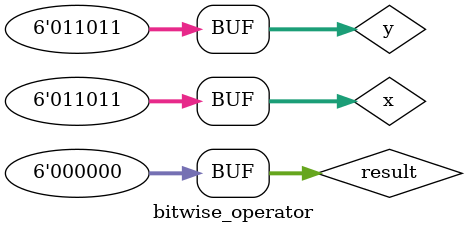
<source format=v>
module bitwise_operator ();
    
    reg [5:0] x = 0;
    reg [5:0] y = 0;
    reg [5:0] result = 0;

    initial begin
        $monitor("MON x=%b, y=%b, result=%b", x, y, result);
    end

    initial begin
        #1; // wait some time between examples
        x = 6'b00_0101;
        y = 6'b11_0001;

        result = x & y; // AND; result = 000001

        #1;
        result = x | y; // OR; result = 110101

        #1;
        result = ~(x | y); // NOR; result = 001010

        #1;
        x = 6'b01_0110;
        y = 6'b01_1011;

        result = x ^ y; // XOR; result = 001101

        #1;

        result = x ~^ y; // NXOR; result = 110010

        #1;
        x = y;
        result = ~(x ^ y); // NXOR; result = 111111

    end


endmodule
</source>
